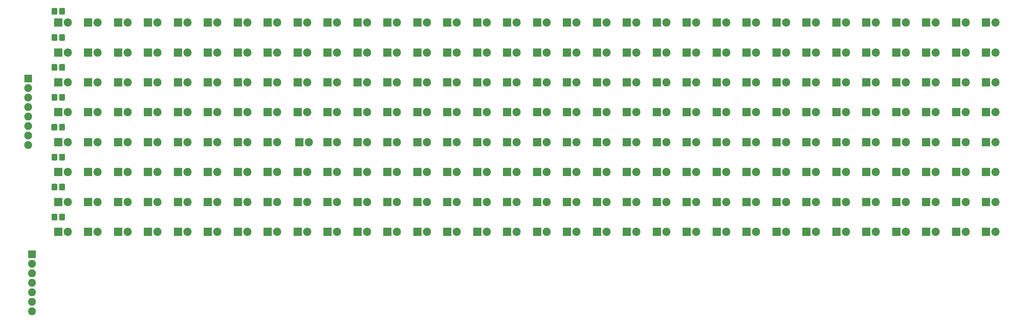
<source format=gbr>
G04 #@! TF.GenerationSoftware,KiCad,Pcbnew,(5.0.0)*
G04 #@! TF.CreationDate,2018-11-13T10:35:00+02:00*
G04 #@! TF.ProjectId,led_matrix,6C65645F6D61747269782E6B69636164,rev?*
G04 #@! TF.SameCoordinates,Original*
G04 #@! TF.FileFunction,Soldermask,Top*
G04 #@! TF.FilePolarity,Negative*
%FSLAX46Y46*%
G04 Gerber Fmt 4.6, Leading zero omitted, Abs format (unit mm)*
G04 Created by KiCad (PCBNEW (5.0.0)) date 11/13/18 10:35:00*
%MOMM*%
%LPD*%
G01*
G04 APERTURE LIST*
%ADD10R,2.200000X2.200000*%
%ADD11C,2.200000*%
%ADD12C,0.100000*%
%ADD13C,1.550000*%
%ADD14R,2.100000X2.100000*%
%ADD15O,2.100000X2.100000*%
G04 APERTURE END LIST*
D10*
G04 #@! TO.C,D1*
X29500000Y-23900000D03*
D11*
X32040000Y-23900000D03*
G04 #@! TD*
G04 #@! TO.C,D2*
X32040000Y-31900000D03*
D10*
X29500000Y-31900000D03*
G04 #@! TD*
D11*
G04 #@! TO.C,D3*
X32040000Y-39900000D03*
D10*
X29500000Y-39900000D03*
G04 #@! TD*
G04 #@! TO.C,D4*
X29500000Y-47900000D03*
D11*
X32040000Y-47900000D03*
G04 #@! TD*
G04 #@! TO.C,D5*
X32040000Y-55900000D03*
D10*
X29500000Y-55900000D03*
G04 #@! TD*
G04 #@! TO.C,D6*
X29500000Y-63900000D03*
D11*
X32040000Y-63900000D03*
G04 #@! TD*
G04 #@! TO.C,D7*
X32040000Y-71900000D03*
D10*
X29500000Y-71900000D03*
G04 #@! TD*
G04 #@! TO.C,D8*
X29500000Y-79900000D03*
D11*
X32040000Y-79900000D03*
G04 #@! TD*
D10*
G04 #@! TO.C,D9*
X37500000Y-23900000D03*
D11*
X40040000Y-23900000D03*
G04 #@! TD*
D10*
G04 #@! TO.C,D10*
X37500000Y-31900000D03*
D11*
X40040000Y-31900000D03*
G04 #@! TD*
G04 #@! TO.C,D11*
X40040000Y-39900000D03*
D10*
X37500000Y-39900000D03*
G04 #@! TD*
G04 #@! TO.C,D12*
X37500000Y-47900000D03*
D11*
X40040000Y-47900000D03*
G04 #@! TD*
G04 #@! TO.C,D13*
X40040000Y-55900000D03*
D10*
X37500000Y-55900000D03*
G04 #@! TD*
G04 #@! TO.C,D14*
X37500000Y-63900000D03*
D11*
X40040000Y-63900000D03*
G04 #@! TD*
G04 #@! TO.C,D15*
X40040000Y-71900000D03*
D10*
X37500000Y-71900000D03*
G04 #@! TD*
G04 #@! TO.C,D16*
X37500000Y-79900000D03*
D11*
X40040000Y-79900000D03*
G04 #@! TD*
G04 #@! TO.C,D17*
X48040000Y-23900000D03*
D10*
X45500000Y-23900000D03*
G04 #@! TD*
D11*
G04 #@! TO.C,D18*
X48040000Y-31900000D03*
D10*
X45500000Y-31900000D03*
G04 #@! TD*
G04 #@! TO.C,D19*
X45500000Y-39900000D03*
D11*
X48040000Y-39900000D03*
G04 #@! TD*
G04 #@! TO.C,D20*
X48040000Y-47900000D03*
D10*
X45500000Y-47900000D03*
G04 #@! TD*
G04 #@! TO.C,D21*
X45500000Y-55900000D03*
D11*
X48040000Y-55900000D03*
G04 #@! TD*
G04 #@! TO.C,D22*
X48040000Y-63900000D03*
D10*
X45500000Y-63900000D03*
G04 #@! TD*
G04 #@! TO.C,D23*
X45500000Y-71900000D03*
D11*
X48040000Y-71900000D03*
G04 #@! TD*
G04 #@! TO.C,D24*
X48040000Y-79900000D03*
D10*
X45500000Y-79900000D03*
G04 #@! TD*
G04 #@! TO.C,D25*
X53500000Y-23900000D03*
D11*
X56040000Y-23900000D03*
G04 #@! TD*
G04 #@! TO.C,D26*
X56040000Y-31900000D03*
D10*
X53500000Y-31900000D03*
G04 #@! TD*
G04 #@! TO.C,D27*
X53500000Y-39900000D03*
D11*
X56040000Y-39900000D03*
G04 #@! TD*
G04 #@! TO.C,D28*
X56040000Y-47900000D03*
D10*
X53500000Y-47900000D03*
G04 #@! TD*
G04 #@! TO.C,D29*
X53500000Y-55900000D03*
D11*
X56040000Y-55900000D03*
G04 #@! TD*
G04 #@! TO.C,D30*
X56040000Y-63900000D03*
D10*
X53500000Y-63900000D03*
G04 #@! TD*
G04 #@! TO.C,D31*
X53500000Y-71900000D03*
D11*
X56040000Y-71900000D03*
G04 #@! TD*
G04 #@! TO.C,D32*
X56040000Y-79900000D03*
D10*
X53500000Y-79900000D03*
G04 #@! TD*
G04 #@! TO.C,D33*
X61500000Y-23900000D03*
D11*
X64040000Y-23900000D03*
G04 #@! TD*
D10*
G04 #@! TO.C,D34*
X61500000Y-31900000D03*
D11*
X64040000Y-31900000D03*
G04 #@! TD*
G04 #@! TO.C,D35*
X64040000Y-39900000D03*
D10*
X61500000Y-39900000D03*
G04 #@! TD*
G04 #@! TO.C,D36*
X61500000Y-47900000D03*
D11*
X64040000Y-47900000D03*
G04 #@! TD*
G04 #@! TO.C,D37*
X64040000Y-55900000D03*
D10*
X61500000Y-55900000D03*
G04 #@! TD*
G04 #@! TO.C,D38*
X61500000Y-63900000D03*
D11*
X64040000Y-63900000D03*
G04 #@! TD*
G04 #@! TO.C,D39*
X64040000Y-71900000D03*
D10*
X61500000Y-71900000D03*
G04 #@! TD*
G04 #@! TO.C,D40*
X61500000Y-79900000D03*
D11*
X64040000Y-79900000D03*
G04 #@! TD*
G04 #@! TO.C,D41*
X72040000Y-23900000D03*
D10*
X69500000Y-23900000D03*
G04 #@! TD*
D11*
G04 #@! TO.C,D42*
X72040000Y-31900000D03*
D10*
X69500000Y-31900000D03*
G04 #@! TD*
D11*
G04 #@! TO.C,D43*
X72040000Y-39900000D03*
D10*
X69500000Y-39900000D03*
G04 #@! TD*
G04 #@! TO.C,D44*
X69500000Y-47900000D03*
D11*
X72040000Y-47900000D03*
G04 #@! TD*
G04 #@! TO.C,D45*
X72040000Y-55900000D03*
D10*
X69500000Y-55900000D03*
G04 #@! TD*
G04 #@! TO.C,D46*
X69500000Y-63900000D03*
D11*
X72040000Y-63900000D03*
G04 #@! TD*
G04 #@! TO.C,D47*
X72040000Y-71900000D03*
D10*
X69500000Y-71900000D03*
G04 #@! TD*
G04 #@! TO.C,D48*
X69500000Y-79900000D03*
D11*
X72040000Y-79900000D03*
G04 #@! TD*
G04 #@! TO.C,D49*
X80040000Y-23900000D03*
D10*
X77500000Y-23900000D03*
G04 #@! TD*
G04 #@! TO.C,D50*
X77500000Y-31900000D03*
D11*
X80040000Y-31900000D03*
G04 #@! TD*
D10*
G04 #@! TO.C,D51*
X77500000Y-39900000D03*
D11*
X80040000Y-39900000D03*
G04 #@! TD*
G04 #@! TO.C,D52*
X80040000Y-47900000D03*
D10*
X77500000Y-47900000D03*
G04 #@! TD*
G04 #@! TO.C,D53*
X77500000Y-55900000D03*
D11*
X80040000Y-55900000D03*
G04 #@! TD*
G04 #@! TO.C,D54*
X80040000Y-63900000D03*
D10*
X77500000Y-63900000D03*
G04 #@! TD*
G04 #@! TO.C,D55*
X77500000Y-71900000D03*
D11*
X80040000Y-71900000D03*
G04 #@! TD*
G04 #@! TO.C,D56*
X80040000Y-79900000D03*
D10*
X77500000Y-79900000D03*
G04 #@! TD*
G04 #@! TO.C,D57*
X85500000Y-23900000D03*
D11*
X88040000Y-23900000D03*
G04 #@! TD*
G04 #@! TO.C,D58*
X88040000Y-31900000D03*
D10*
X85500000Y-31900000D03*
G04 #@! TD*
G04 #@! TO.C,D59*
X85500000Y-39900000D03*
D11*
X88040000Y-39900000D03*
G04 #@! TD*
G04 #@! TO.C,D60*
X88040000Y-47900000D03*
D10*
X85500000Y-47900000D03*
G04 #@! TD*
G04 #@! TO.C,D61*
X85500000Y-55900000D03*
D11*
X88040000Y-55900000D03*
G04 #@! TD*
G04 #@! TO.C,D62*
X88040000Y-63900000D03*
D10*
X85500000Y-63900000D03*
G04 #@! TD*
G04 #@! TO.C,D63*
X85500000Y-71900000D03*
D11*
X88040000Y-71900000D03*
G04 #@! TD*
G04 #@! TO.C,D64*
X88040000Y-79900000D03*
D10*
X85500000Y-79900000D03*
G04 #@! TD*
G04 #@! TO.C,D65*
X93500000Y-23900000D03*
D11*
X96040000Y-23900000D03*
G04 #@! TD*
G04 #@! TO.C,D66*
X96040000Y-31900000D03*
D10*
X93500000Y-31900000D03*
G04 #@! TD*
G04 #@! TO.C,D67*
X93500000Y-39900000D03*
D11*
X96040000Y-39900000D03*
G04 #@! TD*
D10*
G04 #@! TO.C,D68*
X93500000Y-47900000D03*
D11*
X96040000Y-47900000D03*
G04 #@! TD*
G04 #@! TO.C,D69*
X96515001Y-55900000D03*
D10*
X93975001Y-55900000D03*
G04 #@! TD*
G04 #@! TO.C,D70*
X93500000Y-63900000D03*
D11*
X96040000Y-63900000D03*
G04 #@! TD*
G04 #@! TO.C,D71*
X96040000Y-71900000D03*
D10*
X93500000Y-71900000D03*
G04 #@! TD*
G04 #@! TO.C,D72*
X93500000Y-79900000D03*
D11*
X96040000Y-79900000D03*
G04 #@! TD*
G04 #@! TO.C,D73*
X104040000Y-23900000D03*
D10*
X101500000Y-23900000D03*
G04 #@! TD*
G04 #@! TO.C,D74*
X101500000Y-31900000D03*
D11*
X104040000Y-31900000D03*
G04 #@! TD*
D10*
G04 #@! TO.C,D75*
X101500000Y-39900000D03*
D11*
X104040000Y-39900000D03*
G04 #@! TD*
D10*
G04 #@! TO.C,D76*
X101500000Y-47900000D03*
D11*
X104040000Y-47900000D03*
G04 #@! TD*
G04 #@! TO.C,D77*
X104040000Y-55900000D03*
D10*
X101500000Y-55900000D03*
G04 #@! TD*
G04 #@! TO.C,D78*
X101500000Y-63900000D03*
D11*
X104040000Y-63900000D03*
G04 #@! TD*
G04 #@! TO.C,D79*
X104040000Y-71900000D03*
D10*
X101500000Y-71900000D03*
G04 #@! TD*
G04 #@! TO.C,D80*
X101500000Y-79900000D03*
D11*
X104040000Y-79900000D03*
G04 #@! TD*
G04 #@! TO.C,D81*
X112040000Y-23900000D03*
D10*
X109500000Y-23900000D03*
G04 #@! TD*
G04 #@! TO.C,D82*
X109500000Y-31900000D03*
D11*
X112040000Y-31900000D03*
G04 #@! TD*
G04 #@! TO.C,D83*
X112040000Y-39900000D03*
D10*
X109500000Y-39900000D03*
G04 #@! TD*
G04 #@! TO.C,D84*
X109500000Y-47900000D03*
D11*
X112040000Y-47900000D03*
G04 #@! TD*
G04 #@! TO.C,D85*
X112040000Y-55900000D03*
D10*
X109500000Y-55900000D03*
G04 #@! TD*
G04 #@! TO.C,D86*
X109500000Y-63900000D03*
D11*
X112040000Y-63900000D03*
G04 #@! TD*
G04 #@! TO.C,D87*
X112040000Y-71900000D03*
D10*
X109500000Y-71900000D03*
G04 #@! TD*
G04 #@! TO.C,D88*
X109500000Y-79900000D03*
D11*
X112040000Y-79900000D03*
G04 #@! TD*
G04 #@! TO.C,D89*
X120040000Y-23900000D03*
D10*
X117500000Y-23900000D03*
G04 #@! TD*
G04 #@! TO.C,D90*
X117500000Y-31900000D03*
D11*
X120040000Y-31900000D03*
G04 #@! TD*
G04 #@! TO.C,D91*
X120040000Y-39900000D03*
D10*
X117500000Y-39900000D03*
G04 #@! TD*
D11*
G04 #@! TO.C,D92*
X120040000Y-47900000D03*
D10*
X117500000Y-47900000D03*
G04 #@! TD*
G04 #@! TO.C,D93*
X117500000Y-55900000D03*
D11*
X120040000Y-55900000D03*
G04 #@! TD*
G04 #@! TO.C,D94*
X120040000Y-63900000D03*
D10*
X117500000Y-63900000D03*
G04 #@! TD*
G04 #@! TO.C,D95*
X117500000Y-71900000D03*
D11*
X120040000Y-71900000D03*
G04 #@! TD*
G04 #@! TO.C,D96*
X120040000Y-79900000D03*
D10*
X117500000Y-79900000D03*
G04 #@! TD*
G04 #@! TO.C,D97*
X125500000Y-23900000D03*
D11*
X128040000Y-23900000D03*
G04 #@! TD*
D10*
G04 #@! TO.C,D98*
X125500000Y-31900000D03*
D11*
X128040000Y-31900000D03*
G04 #@! TD*
G04 #@! TO.C,D99*
X128040000Y-39900000D03*
D10*
X125500000Y-39900000D03*
G04 #@! TD*
D11*
G04 #@! TO.C,D100*
X128040000Y-47900000D03*
D10*
X125500000Y-47900000D03*
G04 #@! TD*
D11*
G04 #@! TO.C,D101*
X128040000Y-55900000D03*
D10*
X125500000Y-55900000D03*
G04 #@! TD*
G04 #@! TO.C,D102*
X125500000Y-63900000D03*
D11*
X128040000Y-63900000D03*
G04 #@! TD*
G04 #@! TO.C,D103*
X128040000Y-71900000D03*
D10*
X125500000Y-71900000D03*
G04 #@! TD*
G04 #@! TO.C,D104*
X125500000Y-79900000D03*
D11*
X128040000Y-79900000D03*
G04 #@! TD*
G04 #@! TO.C,D105*
X136040000Y-23900000D03*
D10*
X133500000Y-23900000D03*
G04 #@! TD*
G04 #@! TO.C,D106*
X133500000Y-31900000D03*
D11*
X136040000Y-31900000D03*
G04 #@! TD*
G04 #@! TO.C,D107*
X136040000Y-39900000D03*
D10*
X133500000Y-39900000D03*
G04 #@! TD*
D11*
G04 #@! TO.C,D108*
X136040000Y-47900000D03*
D10*
X133500000Y-47900000D03*
G04 #@! TD*
D11*
G04 #@! TO.C,D109*
X136040000Y-55900000D03*
D10*
X133500000Y-55900000D03*
G04 #@! TD*
G04 #@! TO.C,D110*
X133500000Y-63900000D03*
D11*
X136040000Y-63900000D03*
G04 #@! TD*
G04 #@! TO.C,D111*
X136040000Y-71900000D03*
D10*
X133500000Y-71900000D03*
G04 #@! TD*
G04 #@! TO.C,D112*
X133500000Y-79900000D03*
D11*
X136040000Y-79900000D03*
G04 #@! TD*
G04 #@! TO.C,D113*
X144040000Y-23900000D03*
D10*
X141500000Y-23900000D03*
G04 #@! TD*
G04 #@! TO.C,D114*
X141500000Y-31900000D03*
D11*
X144040000Y-31900000D03*
G04 #@! TD*
G04 #@! TO.C,D115*
X144040000Y-39900000D03*
D10*
X141500000Y-39900000D03*
G04 #@! TD*
G04 #@! TO.C,D116*
X141500000Y-47900000D03*
D11*
X144040000Y-47900000D03*
G04 #@! TD*
D10*
G04 #@! TO.C,D117*
X141500000Y-55900000D03*
D11*
X144040000Y-55900000D03*
G04 #@! TD*
G04 #@! TO.C,D118*
X144040000Y-63900000D03*
D10*
X141500000Y-63900000D03*
G04 #@! TD*
G04 #@! TO.C,D119*
X141500000Y-71900000D03*
D11*
X144040000Y-71900000D03*
G04 #@! TD*
G04 #@! TO.C,D120*
X144040000Y-79900000D03*
D10*
X141500000Y-79900000D03*
G04 #@! TD*
G04 #@! TO.C,D121*
X149500000Y-23900000D03*
D11*
X152040000Y-23900000D03*
G04 #@! TD*
G04 #@! TO.C,D122*
X152040000Y-31900000D03*
D10*
X149500000Y-31900000D03*
G04 #@! TD*
G04 #@! TO.C,D123*
X149500000Y-39900000D03*
D11*
X152040000Y-39900000D03*
G04 #@! TD*
G04 #@! TO.C,D124*
X152040000Y-47900000D03*
D10*
X149500000Y-47900000D03*
G04 #@! TD*
G04 #@! TO.C,D125*
X149500000Y-55900000D03*
D11*
X152040000Y-55900000D03*
G04 #@! TD*
G04 #@! TO.C,D126*
X152040000Y-63900000D03*
D10*
X149500000Y-63900000D03*
G04 #@! TD*
G04 #@! TO.C,D127*
X149500000Y-71900000D03*
D11*
X152040000Y-71900000D03*
G04 #@! TD*
G04 #@! TO.C,D128*
X152040000Y-79900000D03*
D10*
X149500000Y-79900000D03*
G04 #@! TD*
G04 #@! TO.C,D129*
X157500000Y-23900000D03*
D11*
X160040000Y-23900000D03*
G04 #@! TD*
G04 #@! TO.C,D130*
X160040000Y-31900000D03*
D10*
X157500000Y-31900000D03*
G04 #@! TD*
G04 #@! TO.C,D131*
X157500000Y-39900000D03*
D11*
X160040000Y-39900000D03*
G04 #@! TD*
G04 #@! TO.C,D132*
X160040000Y-47900000D03*
D10*
X157500000Y-47900000D03*
G04 #@! TD*
D11*
G04 #@! TO.C,D133*
X160040000Y-55900000D03*
D10*
X157500000Y-55900000D03*
G04 #@! TD*
D11*
G04 #@! TO.C,D134*
X160040000Y-63900000D03*
D10*
X157500000Y-63900000D03*
G04 #@! TD*
G04 #@! TO.C,D135*
X157500000Y-71900000D03*
D11*
X160040000Y-71900000D03*
G04 #@! TD*
G04 #@! TO.C,D136*
X160040000Y-79900000D03*
D10*
X157500000Y-79900000D03*
G04 #@! TD*
G04 #@! TO.C,D137*
X165500000Y-23900000D03*
D11*
X168040000Y-23900000D03*
G04 #@! TD*
G04 #@! TO.C,D138*
X168040000Y-31900000D03*
D10*
X165500000Y-31900000D03*
G04 #@! TD*
G04 #@! TO.C,D139*
X165500000Y-39900000D03*
D11*
X168040000Y-39900000D03*
G04 #@! TD*
G04 #@! TO.C,D140*
X168040000Y-47900000D03*
D10*
X165500000Y-47900000D03*
G04 #@! TD*
G04 #@! TO.C,D141*
X165500000Y-55900000D03*
D11*
X168040000Y-55900000D03*
G04 #@! TD*
G04 #@! TO.C,D142*
X168040000Y-63900000D03*
D10*
X165500000Y-63900000D03*
G04 #@! TD*
G04 #@! TO.C,D143*
X165500000Y-71900000D03*
D11*
X168040000Y-71900000D03*
G04 #@! TD*
G04 #@! TO.C,D144*
X168040000Y-79900000D03*
D10*
X165500000Y-79900000D03*
G04 #@! TD*
G04 #@! TO.C,D145*
X173500000Y-23900000D03*
D11*
X176040000Y-23900000D03*
G04 #@! TD*
G04 #@! TO.C,D146*
X176040000Y-31900000D03*
D10*
X173500000Y-31900000D03*
G04 #@! TD*
G04 #@! TO.C,D147*
X173500000Y-39900000D03*
D11*
X176040000Y-39900000D03*
G04 #@! TD*
G04 #@! TO.C,D148*
X176040000Y-47900000D03*
D10*
X173500000Y-47900000D03*
G04 #@! TD*
G04 #@! TO.C,D149*
X173500000Y-55900000D03*
D11*
X176040000Y-55900000D03*
G04 #@! TD*
G04 #@! TO.C,D150*
X176040000Y-63900000D03*
D10*
X173500000Y-63900000D03*
G04 #@! TD*
G04 #@! TO.C,D151*
X173500000Y-71900000D03*
D11*
X176040000Y-71900000D03*
G04 #@! TD*
G04 #@! TO.C,D152*
X176040000Y-79900000D03*
D10*
X173500000Y-79900000D03*
G04 #@! TD*
G04 #@! TO.C,D153*
X181500000Y-23900000D03*
D11*
X184040000Y-23900000D03*
G04 #@! TD*
G04 #@! TO.C,D154*
X184040000Y-31900000D03*
D10*
X181500000Y-31900000D03*
G04 #@! TD*
G04 #@! TO.C,D155*
X181500000Y-39900000D03*
D11*
X184040000Y-39900000D03*
G04 #@! TD*
G04 #@! TO.C,D156*
X184040000Y-47900000D03*
D10*
X181500000Y-47900000D03*
G04 #@! TD*
G04 #@! TO.C,D157*
X181500000Y-55900000D03*
D11*
X184040000Y-55900000D03*
G04 #@! TD*
G04 #@! TO.C,D158*
X184040000Y-63900000D03*
D10*
X181500000Y-63900000D03*
G04 #@! TD*
G04 #@! TO.C,D159*
X181500000Y-71900000D03*
D11*
X184040000Y-71900000D03*
G04 #@! TD*
G04 #@! TO.C,D160*
X184040000Y-79900000D03*
D10*
X181500000Y-79900000D03*
G04 #@! TD*
G04 #@! TO.C,D161*
X189500000Y-23900000D03*
D11*
X192040000Y-23900000D03*
G04 #@! TD*
G04 #@! TO.C,D162*
X192040000Y-31900000D03*
D10*
X189500000Y-31900000D03*
G04 #@! TD*
G04 #@! TO.C,D163*
X189500000Y-39900000D03*
D11*
X192040000Y-39900000D03*
G04 #@! TD*
D10*
G04 #@! TO.C,D164*
X189500000Y-47900000D03*
D11*
X192040000Y-47900000D03*
G04 #@! TD*
D10*
G04 #@! TO.C,D165*
X189500000Y-55900000D03*
D11*
X192040000Y-55900000D03*
G04 #@! TD*
G04 #@! TO.C,D166*
X192040000Y-63900000D03*
D10*
X189500000Y-63900000D03*
G04 #@! TD*
G04 #@! TO.C,D167*
X189500000Y-71900000D03*
D11*
X192040000Y-71900000D03*
G04 #@! TD*
G04 #@! TO.C,D168*
X192040000Y-79900000D03*
D10*
X189500000Y-79900000D03*
G04 #@! TD*
G04 #@! TO.C,D169*
X197500000Y-23900000D03*
D11*
X200040000Y-23900000D03*
G04 #@! TD*
G04 #@! TO.C,D170*
X200040000Y-31900000D03*
D10*
X197500000Y-31900000D03*
G04 #@! TD*
G04 #@! TO.C,D171*
X197500000Y-39900000D03*
D11*
X200040000Y-39900000D03*
G04 #@! TD*
G04 #@! TO.C,D172*
X200040000Y-47900000D03*
D10*
X197500000Y-47900000D03*
G04 #@! TD*
G04 #@! TO.C,D173*
X197500000Y-55900000D03*
D11*
X200040000Y-55900000D03*
G04 #@! TD*
G04 #@! TO.C,D174*
X200040000Y-63900000D03*
D10*
X197500000Y-63900000D03*
G04 #@! TD*
G04 #@! TO.C,D175*
X197500000Y-71900000D03*
D11*
X200040000Y-71900000D03*
G04 #@! TD*
G04 #@! TO.C,D176*
X200040000Y-79900000D03*
D10*
X197500000Y-79900000D03*
G04 #@! TD*
G04 #@! TO.C,D177*
X205500000Y-23900000D03*
D11*
X208040000Y-23900000D03*
G04 #@! TD*
G04 #@! TO.C,D178*
X208040000Y-31900000D03*
D10*
X205500000Y-31900000D03*
G04 #@! TD*
D11*
G04 #@! TO.C,D179*
X208040000Y-39900000D03*
D10*
X205500000Y-39900000D03*
G04 #@! TD*
D11*
G04 #@! TO.C,D180*
X208040000Y-47900000D03*
D10*
X205500000Y-47900000D03*
G04 #@! TD*
G04 #@! TO.C,D181*
X205500000Y-55900000D03*
D11*
X208040000Y-55900000D03*
G04 #@! TD*
G04 #@! TO.C,D182*
X208040000Y-63900000D03*
D10*
X205500000Y-63900000D03*
G04 #@! TD*
G04 #@! TO.C,D183*
X205500000Y-71900000D03*
D11*
X208040000Y-71900000D03*
G04 #@! TD*
G04 #@! TO.C,D184*
X208040000Y-79900000D03*
D10*
X205500000Y-79900000D03*
G04 #@! TD*
G04 #@! TO.C,D185*
X213500000Y-23900000D03*
D11*
X216040000Y-23900000D03*
G04 #@! TD*
G04 #@! TO.C,D186*
X216040000Y-31900000D03*
D10*
X213500000Y-31900000D03*
G04 #@! TD*
G04 #@! TO.C,D187*
X213500000Y-39900000D03*
D11*
X216040000Y-39900000D03*
G04 #@! TD*
G04 #@! TO.C,D188*
X216040000Y-47900000D03*
D10*
X213500000Y-47900000D03*
G04 #@! TD*
G04 #@! TO.C,D189*
X213500000Y-55900000D03*
D11*
X216040000Y-55900000D03*
G04 #@! TD*
G04 #@! TO.C,D190*
X216040000Y-63900000D03*
D10*
X213500000Y-63900000D03*
G04 #@! TD*
G04 #@! TO.C,D191*
X213500000Y-71900000D03*
D11*
X216040000Y-71900000D03*
G04 #@! TD*
G04 #@! TO.C,D192*
X216040000Y-79900000D03*
D10*
X213500000Y-79900000D03*
G04 #@! TD*
G04 #@! TO.C,D193*
X221500000Y-23900000D03*
D11*
X224040000Y-23900000D03*
G04 #@! TD*
D10*
G04 #@! TO.C,D194*
X221500000Y-31900000D03*
D11*
X224040000Y-31900000D03*
G04 #@! TD*
D10*
G04 #@! TO.C,D195*
X221500000Y-39900000D03*
D11*
X224040000Y-39900000D03*
G04 #@! TD*
G04 #@! TO.C,D196*
X224040000Y-47900000D03*
D10*
X221500000Y-47900000D03*
G04 #@! TD*
G04 #@! TO.C,D197*
X221500000Y-55900000D03*
D11*
X224040000Y-55900000D03*
G04 #@! TD*
G04 #@! TO.C,D198*
X224040000Y-63900000D03*
D10*
X221500000Y-63900000D03*
G04 #@! TD*
G04 #@! TO.C,D199*
X221500000Y-71900000D03*
D11*
X224040000Y-71900000D03*
G04 #@! TD*
G04 #@! TO.C,D200*
X224040000Y-79900000D03*
D10*
X221500000Y-79900000D03*
G04 #@! TD*
G04 #@! TO.C,D201*
X229500000Y-23900000D03*
D11*
X232040000Y-23900000D03*
G04 #@! TD*
G04 #@! TO.C,D202*
X232040000Y-31900000D03*
D10*
X229500000Y-31900000D03*
G04 #@! TD*
G04 #@! TO.C,D203*
X229500000Y-39900000D03*
D11*
X232040000Y-39900000D03*
G04 #@! TD*
G04 #@! TO.C,D204*
X232040000Y-47900000D03*
D10*
X229500000Y-47900000D03*
G04 #@! TD*
G04 #@! TO.C,D205*
X229500000Y-55900000D03*
D11*
X232040000Y-55900000D03*
G04 #@! TD*
G04 #@! TO.C,D206*
X232040000Y-63900000D03*
D10*
X229500000Y-63900000D03*
G04 #@! TD*
G04 #@! TO.C,D207*
X229500000Y-71900000D03*
D11*
X232040000Y-71900000D03*
G04 #@! TD*
G04 #@! TO.C,D208*
X232040000Y-79900000D03*
D10*
X229500000Y-79900000D03*
G04 #@! TD*
G04 #@! TO.C,D209*
X237500000Y-23900000D03*
D11*
X240040000Y-23900000D03*
G04 #@! TD*
G04 #@! TO.C,D210*
X240040000Y-31900000D03*
D10*
X237500000Y-31900000D03*
G04 #@! TD*
G04 #@! TO.C,D211*
X237500000Y-39900000D03*
D11*
X240040000Y-39900000D03*
G04 #@! TD*
G04 #@! TO.C,D212*
X240040000Y-47900000D03*
D10*
X237500000Y-47900000D03*
G04 #@! TD*
G04 #@! TO.C,D213*
X237500000Y-55900000D03*
D11*
X240040000Y-55900000D03*
G04 #@! TD*
G04 #@! TO.C,D214*
X240040000Y-63900000D03*
D10*
X237500000Y-63900000D03*
G04 #@! TD*
G04 #@! TO.C,D215*
X237500000Y-71900000D03*
D11*
X240040000Y-71900000D03*
G04 #@! TD*
G04 #@! TO.C,D216*
X240040000Y-79900000D03*
D10*
X237500000Y-79900000D03*
G04 #@! TD*
G04 #@! TO.C,D217*
X245500000Y-23900000D03*
D11*
X248040000Y-23900000D03*
G04 #@! TD*
G04 #@! TO.C,D218*
X248040000Y-31900000D03*
D10*
X245500000Y-31900000D03*
G04 #@! TD*
G04 #@! TO.C,D219*
X245500000Y-39900000D03*
D11*
X248040000Y-39900000D03*
G04 #@! TD*
G04 #@! TO.C,D220*
X248040000Y-47900000D03*
D10*
X245500000Y-47900000D03*
G04 #@! TD*
G04 #@! TO.C,D221*
X245500000Y-55900000D03*
D11*
X248040000Y-55900000D03*
G04 #@! TD*
G04 #@! TO.C,D222*
X248040000Y-63900000D03*
D10*
X245500000Y-63900000D03*
G04 #@! TD*
G04 #@! TO.C,D223*
X245500000Y-71900000D03*
D11*
X248040000Y-71900000D03*
G04 #@! TD*
G04 #@! TO.C,D224*
X248040000Y-79900000D03*
D10*
X245500000Y-79900000D03*
G04 #@! TD*
G04 #@! TO.C,D225*
X253500000Y-23900000D03*
D11*
X256040000Y-23900000D03*
G04 #@! TD*
G04 #@! TO.C,D226*
X256040000Y-31900000D03*
D10*
X253500000Y-31900000D03*
G04 #@! TD*
G04 #@! TO.C,D227*
X253500000Y-39900000D03*
D11*
X256040000Y-39900000D03*
G04 #@! TD*
G04 #@! TO.C,D228*
X256040000Y-47900000D03*
D10*
X253500000Y-47900000D03*
G04 #@! TD*
G04 #@! TO.C,D229*
X253500000Y-55900000D03*
D11*
X256040000Y-55900000D03*
G04 #@! TD*
G04 #@! TO.C,D230*
X256040000Y-63900000D03*
D10*
X253500000Y-63900000D03*
G04 #@! TD*
G04 #@! TO.C,D231*
X253500000Y-71900000D03*
D11*
X256040000Y-71900000D03*
G04 #@! TD*
G04 #@! TO.C,D232*
X256040000Y-79900000D03*
D10*
X253500000Y-79900000D03*
G04 #@! TD*
G04 #@! TO.C,D233*
X261500000Y-23900000D03*
D11*
X264040000Y-23900000D03*
G04 #@! TD*
G04 #@! TO.C,D234*
X264040000Y-31900000D03*
D10*
X261500000Y-31900000D03*
G04 #@! TD*
G04 #@! TO.C,D235*
X261500000Y-39900000D03*
D11*
X264040000Y-39900000D03*
G04 #@! TD*
G04 #@! TO.C,D236*
X264040000Y-47900000D03*
D10*
X261500000Y-47900000D03*
G04 #@! TD*
G04 #@! TO.C,D237*
X261500000Y-55900000D03*
D11*
X264040000Y-55900000D03*
G04 #@! TD*
G04 #@! TO.C,D238*
X264040000Y-63900000D03*
D10*
X261500000Y-63900000D03*
G04 #@! TD*
G04 #@! TO.C,D239*
X261500000Y-71900000D03*
D11*
X264040000Y-71900000D03*
G04 #@! TD*
G04 #@! TO.C,D240*
X264040000Y-79900000D03*
D10*
X261500000Y-79900000D03*
G04 #@! TD*
G04 #@! TO.C,D241*
X269500000Y-23900000D03*
D11*
X272040000Y-23900000D03*
G04 #@! TD*
G04 #@! TO.C,D242*
X272040000Y-31900000D03*
D10*
X269500000Y-31900000D03*
G04 #@! TD*
G04 #@! TO.C,D243*
X269500000Y-39900000D03*
D11*
X272040000Y-39900000D03*
G04 #@! TD*
G04 #@! TO.C,D244*
X272040000Y-47900000D03*
D10*
X269500000Y-47900000D03*
G04 #@! TD*
G04 #@! TO.C,D245*
X269500000Y-55900000D03*
D11*
X272040000Y-55900000D03*
G04 #@! TD*
G04 #@! TO.C,D246*
X272040000Y-63900000D03*
D10*
X269500000Y-63900000D03*
G04 #@! TD*
G04 #@! TO.C,D247*
X269500000Y-71900000D03*
D11*
X272040000Y-71900000D03*
G04 #@! TD*
G04 #@! TO.C,D248*
X272040000Y-79900000D03*
D10*
X269500000Y-79900000D03*
G04 #@! TD*
G04 #@! TO.C,D249*
X277500000Y-23900000D03*
D11*
X280040000Y-23900000D03*
G04 #@! TD*
G04 #@! TO.C,D250*
X280040000Y-31900000D03*
D10*
X277500000Y-31900000D03*
G04 #@! TD*
G04 #@! TO.C,D251*
X277500000Y-39900000D03*
D11*
X280040000Y-39900000D03*
G04 #@! TD*
G04 #@! TO.C,D252*
X280040000Y-47900000D03*
D10*
X277500000Y-47900000D03*
G04 #@! TD*
G04 #@! TO.C,D253*
X277500000Y-55900000D03*
D11*
X280040000Y-55900000D03*
G04 #@! TD*
G04 #@! TO.C,D254*
X280040000Y-63900000D03*
D10*
X277500000Y-63900000D03*
G04 #@! TD*
G04 #@! TO.C,D255*
X277500000Y-71900000D03*
D11*
X280040000Y-71900000D03*
G04 #@! TD*
G04 #@! TO.C,D256*
X280040000Y-79900000D03*
D10*
X277500000Y-79900000D03*
G04 #@! TD*
D12*
G04 #@! TO.C,R1*
G36*
X28946071Y-20001623D02*
X28978781Y-20006475D01*
X29010857Y-20014509D01*
X29041991Y-20025649D01*
X29071884Y-20039787D01*
X29100247Y-20056787D01*
X29126807Y-20076485D01*
X29151308Y-20098692D01*
X29173515Y-20123193D01*
X29193213Y-20149753D01*
X29210213Y-20178116D01*
X29224351Y-20208009D01*
X29235491Y-20239143D01*
X29243525Y-20271219D01*
X29248377Y-20303929D01*
X29250000Y-20336956D01*
X29250000Y-21463044D01*
X29248377Y-21496071D01*
X29243525Y-21528781D01*
X29235491Y-21560857D01*
X29224351Y-21591991D01*
X29210213Y-21621884D01*
X29193213Y-21650247D01*
X29173515Y-21676807D01*
X29151308Y-21701308D01*
X29126807Y-21723515D01*
X29100247Y-21743213D01*
X29071884Y-21760213D01*
X29041991Y-21774351D01*
X29010857Y-21785491D01*
X28978781Y-21793525D01*
X28946071Y-21798377D01*
X28913044Y-21800000D01*
X28036956Y-21800000D01*
X28003929Y-21798377D01*
X27971219Y-21793525D01*
X27939143Y-21785491D01*
X27908009Y-21774351D01*
X27878116Y-21760213D01*
X27849753Y-21743213D01*
X27823193Y-21723515D01*
X27798692Y-21701308D01*
X27776485Y-21676807D01*
X27756787Y-21650247D01*
X27739787Y-21621884D01*
X27725649Y-21591991D01*
X27714509Y-21560857D01*
X27706475Y-21528781D01*
X27701623Y-21496071D01*
X27700000Y-21463044D01*
X27700000Y-20336956D01*
X27701623Y-20303929D01*
X27706475Y-20271219D01*
X27714509Y-20239143D01*
X27725649Y-20208009D01*
X27739787Y-20178116D01*
X27756787Y-20149753D01*
X27776485Y-20123193D01*
X27798692Y-20098692D01*
X27823193Y-20076485D01*
X27849753Y-20056787D01*
X27878116Y-20039787D01*
X27908009Y-20025649D01*
X27939143Y-20014509D01*
X27971219Y-20006475D01*
X28003929Y-20001623D01*
X28036956Y-20000000D01*
X28913044Y-20000000D01*
X28946071Y-20001623D01*
X28946071Y-20001623D01*
G37*
D13*
X28475000Y-20900000D03*
D12*
G36*
X30996071Y-20001623D02*
X31028781Y-20006475D01*
X31060857Y-20014509D01*
X31091991Y-20025649D01*
X31121884Y-20039787D01*
X31150247Y-20056787D01*
X31176807Y-20076485D01*
X31201308Y-20098692D01*
X31223515Y-20123193D01*
X31243213Y-20149753D01*
X31260213Y-20178116D01*
X31274351Y-20208009D01*
X31285491Y-20239143D01*
X31293525Y-20271219D01*
X31298377Y-20303929D01*
X31300000Y-20336956D01*
X31300000Y-21463044D01*
X31298377Y-21496071D01*
X31293525Y-21528781D01*
X31285491Y-21560857D01*
X31274351Y-21591991D01*
X31260213Y-21621884D01*
X31243213Y-21650247D01*
X31223515Y-21676807D01*
X31201308Y-21701308D01*
X31176807Y-21723515D01*
X31150247Y-21743213D01*
X31121884Y-21760213D01*
X31091991Y-21774351D01*
X31060857Y-21785491D01*
X31028781Y-21793525D01*
X30996071Y-21798377D01*
X30963044Y-21800000D01*
X30086956Y-21800000D01*
X30053929Y-21798377D01*
X30021219Y-21793525D01*
X29989143Y-21785491D01*
X29958009Y-21774351D01*
X29928116Y-21760213D01*
X29899753Y-21743213D01*
X29873193Y-21723515D01*
X29848692Y-21701308D01*
X29826485Y-21676807D01*
X29806787Y-21650247D01*
X29789787Y-21621884D01*
X29775649Y-21591991D01*
X29764509Y-21560857D01*
X29756475Y-21528781D01*
X29751623Y-21496071D01*
X29750000Y-21463044D01*
X29750000Y-20336956D01*
X29751623Y-20303929D01*
X29756475Y-20271219D01*
X29764509Y-20239143D01*
X29775649Y-20208009D01*
X29789787Y-20178116D01*
X29806787Y-20149753D01*
X29826485Y-20123193D01*
X29848692Y-20098692D01*
X29873193Y-20076485D01*
X29899753Y-20056787D01*
X29928116Y-20039787D01*
X29958009Y-20025649D01*
X29989143Y-20014509D01*
X30021219Y-20006475D01*
X30053929Y-20001623D01*
X30086956Y-20000000D01*
X30963044Y-20000000D01*
X30996071Y-20001623D01*
X30996071Y-20001623D01*
G37*
D13*
X30525000Y-20900000D03*
G04 #@! TD*
D12*
G04 #@! TO.C,R2*
G36*
X30996071Y-27001623D02*
X31028781Y-27006475D01*
X31060857Y-27014509D01*
X31091991Y-27025649D01*
X31121884Y-27039787D01*
X31150247Y-27056787D01*
X31176807Y-27076485D01*
X31201308Y-27098692D01*
X31223515Y-27123193D01*
X31243213Y-27149753D01*
X31260213Y-27178116D01*
X31274351Y-27208009D01*
X31285491Y-27239143D01*
X31293525Y-27271219D01*
X31298377Y-27303929D01*
X31300000Y-27336956D01*
X31300000Y-28463044D01*
X31298377Y-28496071D01*
X31293525Y-28528781D01*
X31285491Y-28560857D01*
X31274351Y-28591991D01*
X31260213Y-28621884D01*
X31243213Y-28650247D01*
X31223515Y-28676807D01*
X31201308Y-28701308D01*
X31176807Y-28723515D01*
X31150247Y-28743213D01*
X31121884Y-28760213D01*
X31091991Y-28774351D01*
X31060857Y-28785491D01*
X31028781Y-28793525D01*
X30996071Y-28798377D01*
X30963044Y-28800000D01*
X30086956Y-28800000D01*
X30053929Y-28798377D01*
X30021219Y-28793525D01*
X29989143Y-28785491D01*
X29958009Y-28774351D01*
X29928116Y-28760213D01*
X29899753Y-28743213D01*
X29873193Y-28723515D01*
X29848692Y-28701308D01*
X29826485Y-28676807D01*
X29806787Y-28650247D01*
X29789787Y-28621884D01*
X29775649Y-28591991D01*
X29764509Y-28560857D01*
X29756475Y-28528781D01*
X29751623Y-28496071D01*
X29750000Y-28463044D01*
X29750000Y-27336956D01*
X29751623Y-27303929D01*
X29756475Y-27271219D01*
X29764509Y-27239143D01*
X29775649Y-27208009D01*
X29789787Y-27178116D01*
X29806787Y-27149753D01*
X29826485Y-27123193D01*
X29848692Y-27098692D01*
X29873193Y-27076485D01*
X29899753Y-27056787D01*
X29928116Y-27039787D01*
X29958009Y-27025649D01*
X29989143Y-27014509D01*
X30021219Y-27006475D01*
X30053929Y-27001623D01*
X30086956Y-27000000D01*
X30963044Y-27000000D01*
X30996071Y-27001623D01*
X30996071Y-27001623D01*
G37*
D13*
X30525000Y-27900000D03*
D12*
G36*
X28946071Y-27001623D02*
X28978781Y-27006475D01*
X29010857Y-27014509D01*
X29041991Y-27025649D01*
X29071884Y-27039787D01*
X29100247Y-27056787D01*
X29126807Y-27076485D01*
X29151308Y-27098692D01*
X29173515Y-27123193D01*
X29193213Y-27149753D01*
X29210213Y-27178116D01*
X29224351Y-27208009D01*
X29235491Y-27239143D01*
X29243525Y-27271219D01*
X29248377Y-27303929D01*
X29250000Y-27336956D01*
X29250000Y-28463044D01*
X29248377Y-28496071D01*
X29243525Y-28528781D01*
X29235491Y-28560857D01*
X29224351Y-28591991D01*
X29210213Y-28621884D01*
X29193213Y-28650247D01*
X29173515Y-28676807D01*
X29151308Y-28701308D01*
X29126807Y-28723515D01*
X29100247Y-28743213D01*
X29071884Y-28760213D01*
X29041991Y-28774351D01*
X29010857Y-28785491D01*
X28978781Y-28793525D01*
X28946071Y-28798377D01*
X28913044Y-28800000D01*
X28036956Y-28800000D01*
X28003929Y-28798377D01*
X27971219Y-28793525D01*
X27939143Y-28785491D01*
X27908009Y-28774351D01*
X27878116Y-28760213D01*
X27849753Y-28743213D01*
X27823193Y-28723515D01*
X27798692Y-28701308D01*
X27776485Y-28676807D01*
X27756787Y-28650247D01*
X27739787Y-28621884D01*
X27725649Y-28591991D01*
X27714509Y-28560857D01*
X27706475Y-28528781D01*
X27701623Y-28496071D01*
X27700000Y-28463044D01*
X27700000Y-27336956D01*
X27701623Y-27303929D01*
X27706475Y-27271219D01*
X27714509Y-27239143D01*
X27725649Y-27208009D01*
X27739787Y-27178116D01*
X27756787Y-27149753D01*
X27776485Y-27123193D01*
X27798692Y-27098692D01*
X27823193Y-27076485D01*
X27849753Y-27056787D01*
X27878116Y-27039787D01*
X27908009Y-27025649D01*
X27939143Y-27014509D01*
X27971219Y-27006475D01*
X28003929Y-27001623D01*
X28036956Y-27000000D01*
X28913044Y-27000000D01*
X28946071Y-27001623D01*
X28946071Y-27001623D01*
G37*
D13*
X28475000Y-27900000D03*
G04 #@! TD*
D12*
G04 #@! TO.C,R3*
G36*
X28946071Y-35001623D02*
X28978781Y-35006475D01*
X29010857Y-35014509D01*
X29041991Y-35025649D01*
X29071884Y-35039787D01*
X29100247Y-35056787D01*
X29126807Y-35076485D01*
X29151308Y-35098692D01*
X29173515Y-35123193D01*
X29193213Y-35149753D01*
X29210213Y-35178116D01*
X29224351Y-35208009D01*
X29235491Y-35239143D01*
X29243525Y-35271219D01*
X29248377Y-35303929D01*
X29250000Y-35336956D01*
X29250000Y-36463044D01*
X29248377Y-36496071D01*
X29243525Y-36528781D01*
X29235491Y-36560857D01*
X29224351Y-36591991D01*
X29210213Y-36621884D01*
X29193213Y-36650247D01*
X29173515Y-36676807D01*
X29151308Y-36701308D01*
X29126807Y-36723515D01*
X29100247Y-36743213D01*
X29071884Y-36760213D01*
X29041991Y-36774351D01*
X29010857Y-36785491D01*
X28978781Y-36793525D01*
X28946071Y-36798377D01*
X28913044Y-36800000D01*
X28036956Y-36800000D01*
X28003929Y-36798377D01*
X27971219Y-36793525D01*
X27939143Y-36785491D01*
X27908009Y-36774351D01*
X27878116Y-36760213D01*
X27849753Y-36743213D01*
X27823193Y-36723515D01*
X27798692Y-36701308D01*
X27776485Y-36676807D01*
X27756787Y-36650247D01*
X27739787Y-36621884D01*
X27725649Y-36591991D01*
X27714509Y-36560857D01*
X27706475Y-36528781D01*
X27701623Y-36496071D01*
X27700000Y-36463044D01*
X27700000Y-35336956D01*
X27701623Y-35303929D01*
X27706475Y-35271219D01*
X27714509Y-35239143D01*
X27725649Y-35208009D01*
X27739787Y-35178116D01*
X27756787Y-35149753D01*
X27776485Y-35123193D01*
X27798692Y-35098692D01*
X27823193Y-35076485D01*
X27849753Y-35056787D01*
X27878116Y-35039787D01*
X27908009Y-35025649D01*
X27939143Y-35014509D01*
X27971219Y-35006475D01*
X28003929Y-35001623D01*
X28036956Y-35000000D01*
X28913044Y-35000000D01*
X28946071Y-35001623D01*
X28946071Y-35001623D01*
G37*
D13*
X28475000Y-35900000D03*
D12*
G36*
X30996071Y-35001623D02*
X31028781Y-35006475D01*
X31060857Y-35014509D01*
X31091991Y-35025649D01*
X31121884Y-35039787D01*
X31150247Y-35056787D01*
X31176807Y-35076485D01*
X31201308Y-35098692D01*
X31223515Y-35123193D01*
X31243213Y-35149753D01*
X31260213Y-35178116D01*
X31274351Y-35208009D01*
X31285491Y-35239143D01*
X31293525Y-35271219D01*
X31298377Y-35303929D01*
X31300000Y-35336956D01*
X31300000Y-36463044D01*
X31298377Y-36496071D01*
X31293525Y-36528781D01*
X31285491Y-36560857D01*
X31274351Y-36591991D01*
X31260213Y-36621884D01*
X31243213Y-36650247D01*
X31223515Y-36676807D01*
X31201308Y-36701308D01*
X31176807Y-36723515D01*
X31150247Y-36743213D01*
X31121884Y-36760213D01*
X31091991Y-36774351D01*
X31060857Y-36785491D01*
X31028781Y-36793525D01*
X30996071Y-36798377D01*
X30963044Y-36800000D01*
X30086956Y-36800000D01*
X30053929Y-36798377D01*
X30021219Y-36793525D01*
X29989143Y-36785491D01*
X29958009Y-36774351D01*
X29928116Y-36760213D01*
X29899753Y-36743213D01*
X29873193Y-36723515D01*
X29848692Y-36701308D01*
X29826485Y-36676807D01*
X29806787Y-36650247D01*
X29789787Y-36621884D01*
X29775649Y-36591991D01*
X29764509Y-36560857D01*
X29756475Y-36528781D01*
X29751623Y-36496071D01*
X29750000Y-36463044D01*
X29750000Y-35336956D01*
X29751623Y-35303929D01*
X29756475Y-35271219D01*
X29764509Y-35239143D01*
X29775649Y-35208009D01*
X29789787Y-35178116D01*
X29806787Y-35149753D01*
X29826485Y-35123193D01*
X29848692Y-35098692D01*
X29873193Y-35076485D01*
X29899753Y-35056787D01*
X29928116Y-35039787D01*
X29958009Y-35025649D01*
X29989143Y-35014509D01*
X30021219Y-35006475D01*
X30053929Y-35001623D01*
X30086956Y-35000000D01*
X30963044Y-35000000D01*
X30996071Y-35001623D01*
X30996071Y-35001623D01*
G37*
D13*
X30525000Y-35900000D03*
G04 #@! TD*
D12*
G04 #@! TO.C,R4*
G36*
X30996071Y-43001623D02*
X31028781Y-43006475D01*
X31060857Y-43014509D01*
X31091991Y-43025649D01*
X31121884Y-43039787D01*
X31150247Y-43056787D01*
X31176807Y-43076485D01*
X31201308Y-43098692D01*
X31223515Y-43123193D01*
X31243213Y-43149753D01*
X31260213Y-43178116D01*
X31274351Y-43208009D01*
X31285491Y-43239143D01*
X31293525Y-43271219D01*
X31298377Y-43303929D01*
X31300000Y-43336956D01*
X31300000Y-44463044D01*
X31298377Y-44496071D01*
X31293525Y-44528781D01*
X31285491Y-44560857D01*
X31274351Y-44591991D01*
X31260213Y-44621884D01*
X31243213Y-44650247D01*
X31223515Y-44676807D01*
X31201308Y-44701308D01*
X31176807Y-44723515D01*
X31150247Y-44743213D01*
X31121884Y-44760213D01*
X31091991Y-44774351D01*
X31060857Y-44785491D01*
X31028781Y-44793525D01*
X30996071Y-44798377D01*
X30963044Y-44800000D01*
X30086956Y-44800000D01*
X30053929Y-44798377D01*
X30021219Y-44793525D01*
X29989143Y-44785491D01*
X29958009Y-44774351D01*
X29928116Y-44760213D01*
X29899753Y-44743213D01*
X29873193Y-44723515D01*
X29848692Y-44701308D01*
X29826485Y-44676807D01*
X29806787Y-44650247D01*
X29789787Y-44621884D01*
X29775649Y-44591991D01*
X29764509Y-44560857D01*
X29756475Y-44528781D01*
X29751623Y-44496071D01*
X29750000Y-44463044D01*
X29750000Y-43336956D01*
X29751623Y-43303929D01*
X29756475Y-43271219D01*
X29764509Y-43239143D01*
X29775649Y-43208009D01*
X29789787Y-43178116D01*
X29806787Y-43149753D01*
X29826485Y-43123193D01*
X29848692Y-43098692D01*
X29873193Y-43076485D01*
X29899753Y-43056787D01*
X29928116Y-43039787D01*
X29958009Y-43025649D01*
X29989143Y-43014509D01*
X30021219Y-43006475D01*
X30053929Y-43001623D01*
X30086956Y-43000000D01*
X30963044Y-43000000D01*
X30996071Y-43001623D01*
X30996071Y-43001623D01*
G37*
D13*
X30525000Y-43900000D03*
D12*
G36*
X28946071Y-43001623D02*
X28978781Y-43006475D01*
X29010857Y-43014509D01*
X29041991Y-43025649D01*
X29071884Y-43039787D01*
X29100247Y-43056787D01*
X29126807Y-43076485D01*
X29151308Y-43098692D01*
X29173515Y-43123193D01*
X29193213Y-43149753D01*
X29210213Y-43178116D01*
X29224351Y-43208009D01*
X29235491Y-43239143D01*
X29243525Y-43271219D01*
X29248377Y-43303929D01*
X29250000Y-43336956D01*
X29250000Y-44463044D01*
X29248377Y-44496071D01*
X29243525Y-44528781D01*
X29235491Y-44560857D01*
X29224351Y-44591991D01*
X29210213Y-44621884D01*
X29193213Y-44650247D01*
X29173515Y-44676807D01*
X29151308Y-44701308D01*
X29126807Y-44723515D01*
X29100247Y-44743213D01*
X29071884Y-44760213D01*
X29041991Y-44774351D01*
X29010857Y-44785491D01*
X28978781Y-44793525D01*
X28946071Y-44798377D01*
X28913044Y-44800000D01*
X28036956Y-44800000D01*
X28003929Y-44798377D01*
X27971219Y-44793525D01*
X27939143Y-44785491D01*
X27908009Y-44774351D01*
X27878116Y-44760213D01*
X27849753Y-44743213D01*
X27823193Y-44723515D01*
X27798692Y-44701308D01*
X27776485Y-44676807D01*
X27756787Y-44650247D01*
X27739787Y-44621884D01*
X27725649Y-44591991D01*
X27714509Y-44560857D01*
X27706475Y-44528781D01*
X27701623Y-44496071D01*
X27700000Y-44463044D01*
X27700000Y-43336956D01*
X27701623Y-43303929D01*
X27706475Y-43271219D01*
X27714509Y-43239143D01*
X27725649Y-43208009D01*
X27739787Y-43178116D01*
X27756787Y-43149753D01*
X27776485Y-43123193D01*
X27798692Y-43098692D01*
X27823193Y-43076485D01*
X27849753Y-43056787D01*
X27878116Y-43039787D01*
X27908009Y-43025649D01*
X27939143Y-43014509D01*
X27971219Y-43006475D01*
X28003929Y-43001623D01*
X28036956Y-43000000D01*
X28913044Y-43000000D01*
X28946071Y-43001623D01*
X28946071Y-43001623D01*
G37*
D13*
X28475000Y-43900000D03*
G04 #@! TD*
D12*
G04 #@! TO.C,R5*
G36*
X28921071Y-51001623D02*
X28953781Y-51006475D01*
X28985857Y-51014509D01*
X29016991Y-51025649D01*
X29046884Y-51039787D01*
X29075247Y-51056787D01*
X29101807Y-51076485D01*
X29126308Y-51098692D01*
X29148515Y-51123193D01*
X29168213Y-51149753D01*
X29185213Y-51178116D01*
X29199351Y-51208009D01*
X29210491Y-51239143D01*
X29218525Y-51271219D01*
X29223377Y-51303929D01*
X29225000Y-51336956D01*
X29225000Y-52463044D01*
X29223377Y-52496071D01*
X29218525Y-52528781D01*
X29210491Y-52560857D01*
X29199351Y-52591991D01*
X29185213Y-52621884D01*
X29168213Y-52650247D01*
X29148515Y-52676807D01*
X29126308Y-52701308D01*
X29101807Y-52723515D01*
X29075247Y-52743213D01*
X29046884Y-52760213D01*
X29016991Y-52774351D01*
X28985857Y-52785491D01*
X28953781Y-52793525D01*
X28921071Y-52798377D01*
X28888044Y-52800000D01*
X28011956Y-52800000D01*
X27978929Y-52798377D01*
X27946219Y-52793525D01*
X27914143Y-52785491D01*
X27883009Y-52774351D01*
X27853116Y-52760213D01*
X27824753Y-52743213D01*
X27798193Y-52723515D01*
X27773692Y-52701308D01*
X27751485Y-52676807D01*
X27731787Y-52650247D01*
X27714787Y-52621884D01*
X27700649Y-52591991D01*
X27689509Y-52560857D01*
X27681475Y-52528781D01*
X27676623Y-52496071D01*
X27675000Y-52463044D01*
X27675000Y-51336956D01*
X27676623Y-51303929D01*
X27681475Y-51271219D01*
X27689509Y-51239143D01*
X27700649Y-51208009D01*
X27714787Y-51178116D01*
X27731787Y-51149753D01*
X27751485Y-51123193D01*
X27773692Y-51098692D01*
X27798193Y-51076485D01*
X27824753Y-51056787D01*
X27853116Y-51039787D01*
X27883009Y-51025649D01*
X27914143Y-51014509D01*
X27946219Y-51006475D01*
X27978929Y-51001623D01*
X28011956Y-51000000D01*
X28888044Y-51000000D01*
X28921071Y-51001623D01*
X28921071Y-51001623D01*
G37*
D13*
X28450000Y-51900000D03*
D12*
G36*
X30971071Y-51001623D02*
X31003781Y-51006475D01*
X31035857Y-51014509D01*
X31066991Y-51025649D01*
X31096884Y-51039787D01*
X31125247Y-51056787D01*
X31151807Y-51076485D01*
X31176308Y-51098692D01*
X31198515Y-51123193D01*
X31218213Y-51149753D01*
X31235213Y-51178116D01*
X31249351Y-51208009D01*
X31260491Y-51239143D01*
X31268525Y-51271219D01*
X31273377Y-51303929D01*
X31275000Y-51336956D01*
X31275000Y-52463044D01*
X31273377Y-52496071D01*
X31268525Y-52528781D01*
X31260491Y-52560857D01*
X31249351Y-52591991D01*
X31235213Y-52621884D01*
X31218213Y-52650247D01*
X31198515Y-52676807D01*
X31176308Y-52701308D01*
X31151807Y-52723515D01*
X31125247Y-52743213D01*
X31096884Y-52760213D01*
X31066991Y-52774351D01*
X31035857Y-52785491D01*
X31003781Y-52793525D01*
X30971071Y-52798377D01*
X30938044Y-52800000D01*
X30061956Y-52800000D01*
X30028929Y-52798377D01*
X29996219Y-52793525D01*
X29964143Y-52785491D01*
X29933009Y-52774351D01*
X29903116Y-52760213D01*
X29874753Y-52743213D01*
X29848193Y-52723515D01*
X29823692Y-52701308D01*
X29801485Y-52676807D01*
X29781787Y-52650247D01*
X29764787Y-52621884D01*
X29750649Y-52591991D01*
X29739509Y-52560857D01*
X29731475Y-52528781D01*
X29726623Y-52496071D01*
X29725000Y-52463044D01*
X29725000Y-51336956D01*
X29726623Y-51303929D01*
X29731475Y-51271219D01*
X29739509Y-51239143D01*
X29750649Y-51208009D01*
X29764787Y-51178116D01*
X29781787Y-51149753D01*
X29801485Y-51123193D01*
X29823692Y-51098692D01*
X29848193Y-51076485D01*
X29874753Y-51056787D01*
X29903116Y-51039787D01*
X29933009Y-51025649D01*
X29964143Y-51014509D01*
X29996219Y-51006475D01*
X30028929Y-51001623D01*
X30061956Y-51000000D01*
X30938044Y-51000000D01*
X30971071Y-51001623D01*
X30971071Y-51001623D01*
G37*
D13*
X30500000Y-51900000D03*
G04 #@! TD*
D12*
G04 #@! TO.C,R6*
G36*
X30996071Y-59001623D02*
X31028781Y-59006475D01*
X31060857Y-59014509D01*
X31091991Y-59025649D01*
X31121884Y-59039787D01*
X31150247Y-59056787D01*
X31176807Y-59076485D01*
X31201308Y-59098692D01*
X31223515Y-59123193D01*
X31243213Y-59149753D01*
X31260213Y-59178116D01*
X31274351Y-59208009D01*
X31285491Y-59239143D01*
X31293525Y-59271219D01*
X31298377Y-59303929D01*
X31300000Y-59336956D01*
X31300000Y-60463044D01*
X31298377Y-60496071D01*
X31293525Y-60528781D01*
X31285491Y-60560857D01*
X31274351Y-60591991D01*
X31260213Y-60621884D01*
X31243213Y-60650247D01*
X31223515Y-60676807D01*
X31201308Y-60701308D01*
X31176807Y-60723515D01*
X31150247Y-60743213D01*
X31121884Y-60760213D01*
X31091991Y-60774351D01*
X31060857Y-60785491D01*
X31028781Y-60793525D01*
X30996071Y-60798377D01*
X30963044Y-60800000D01*
X30086956Y-60800000D01*
X30053929Y-60798377D01*
X30021219Y-60793525D01*
X29989143Y-60785491D01*
X29958009Y-60774351D01*
X29928116Y-60760213D01*
X29899753Y-60743213D01*
X29873193Y-60723515D01*
X29848692Y-60701308D01*
X29826485Y-60676807D01*
X29806787Y-60650247D01*
X29789787Y-60621884D01*
X29775649Y-60591991D01*
X29764509Y-60560857D01*
X29756475Y-60528781D01*
X29751623Y-60496071D01*
X29750000Y-60463044D01*
X29750000Y-59336956D01*
X29751623Y-59303929D01*
X29756475Y-59271219D01*
X29764509Y-59239143D01*
X29775649Y-59208009D01*
X29789787Y-59178116D01*
X29806787Y-59149753D01*
X29826485Y-59123193D01*
X29848692Y-59098692D01*
X29873193Y-59076485D01*
X29899753Y-59056787D01*
X29928116Y-59039787D01*
X29958009Y-59025649D01*
X29989143Y-59014509D01*
X30021219Y-59006475D01*
X30053929Y-59001623D01*
X30086956Y-59000000D01*
X30963044Y-59000000D01*
X30996071Y-59001623D01*
X30996071Y-59001623D01*
G37*
D13*
X30525000Y-59900000D03*
D12*
G36*
X28946071Y-59001623D02*
X28978781Y-59006475D01*
X29010857Y-59014509D01*
X29041991Y-59025649D01*
X29071884Y-59039787D01*
X29100247Y-59056787D01*
X29126807Y-59076485D01*
X29151308Y-59098692D01*
X29173515Y-59123193D01*
X29193213Y-59149753D01*
X29210213Y-59178116D01*
X29224351Y-59208009D01*
X29235491Y-59239143D01*
X29243525Y-59271219D01*
X29248377Y-59303929D01*
X29250000Y-59336956D01*
X29250000Y-60463044D01*
X29248377Y-60496071D01*
X29243525Y-60528781D01*
X29235491Y-60560857D01*
X29224351Y-60591991D01*
X29210213Y-60621884D01*
X29193213Y-60650247D01*
X29173515Y-60676807D01*
X29151308Y-60701308D01*
X29126807Y-60723515D01*
X29100247Y-60743213D01*
X29071884Y-60760213D01*
X29041991Y-60774351D01*
X29010857Y-60785491D01*
X28978781Y-60793525D01*
X28946071Y-60798377D01*
X28913044Y-60800000D01*
X28036956Y-60800000D01*
X28003929Y-60798377D01*
X27971219Y-60793525D01*
X27939143Y-60785491D01*
X27908009Y-60774351D01*
X27878116Y-60760213D01*
X27849753Y-60743213D01*
X27823193Y-60723515D01*
X27798692Y-60701308D01*
X27776485Y-60676807D01*
X27756787Y-60650247D01*
X27739787Y-60621884D01*
X27725649Y-60591991D01*
X27714509Y-60560857D01*
X27706475Y-60528781D01*
X27701623Y-60496071D01*
X27700000Y-60463044D01*
X27700000Y-59336956D01*
X27701623Y-59303929D01*
X27706475Y-59271219D01*
X27714509Y-59239143D01*
X27725649Y-59208009D01*
X27739787Y-59178116D01*
X27756787Y-59149753D01*
X27776485Y-59123193D01*
X27798692Y-59098692D01*
X27823193Y-59076485D01*
X27849753Y-59056787D01*
X27878116Y-59039787D01*
X27908009Y-59025649D01*
X27939143Y-59014509D01*
X27971219Y-59006475D01*
X28003929Y-59001623D01*
X28036956Y-59000000D01*
X28913044Y-59000000D01*
X28946071Y-59001623D01*
X28946071Y-59001623D01*
G37*
D13*
X28475000Y-59900000D03*
G04 #@! TD*
D12*
G04 #@! TO.C,R7*
G36*
X28946071Y-67001623D02*
X28978781Y-67006475D01*
X29010857Y-67014509D01*
X29041991Y-67025649D01*
X29071884Y-67039787D01*
X29100247Y-67056787D01*
X29126807Y-67076485D01*
X29151308Y-67098692D01*
X29173515Y-67123193D01*
X29193213Y-67149753D01*
X29210213Y-67178116D01*
X29224351Y-67208009D01*
X29235491Y-67239143D01*
X29243525Y-67271219D01*
X29248377Y-67303929D01*
X29250000Y-67336956D01*
X29250000Y-68463044D01*
X29248377Y-68496071D01*
X29243525Y-68528781D01*
X29235491Y-68560857D01*
X29224351Y-68591991D01*
X29210213Y-68621884D01*
X29193213Y-68650247D01*
X29173515Y-68676807D01*
X29151308Y-68701308D01*
X29126807Y-68723515D01*
X29100247Y-68743213D01*
X29071884Y-68760213D01*
X29041991Y-68774351D01*
X29010857Y-68785491D01*
X28978781Y-68793525D01*
X28946071Y-68798377D01*
X28913044Y-68800000D01*
X28036956Y-68800000D01*
X28003929Y-68798377D01*
X27971219Y-68793525D01*
X27939143Y-68785491D01*
X27908009Y-68774351D01*
X27878116Y-68760213D01*
X27849753Y-68743213D01*
X27823193Y-68723515D01*
X27798692Y-68701308D01*
X27776485Y-68676807D01*
X27756787Y-68650247D01*
X27739787Y-68621884D01*
X27725649Y-68591991D01*
X27714509Y-68560857D01*
X27706475Y-68528781D01*
X27701623Y-68496071D01*
X27700000Y-68463044D01*
X27700000Y-67336956D01*
X27701623Y-67303929D01*
X27706475Y-67271219D01*
X27714509Y-67239143D01*
X27725649Y-67208009D01*
X27739787Y-67178116D01*
X27756787Y-67149753D01*
X27776485Y-67123193D01*
X27798692Y-67098692D01*
X27823193Y-67076485D01*
X27849753Y-67056787D01*
X27878116Y-67039787D01*
X27908009Y-67025649D01*
X27939143Y-67014509D01*
X27971219Y-67006475D01*
X28003929Y-67001623D01*
X28036956Y-67000000D01*
X28913044Y-67000000D01*
X28946071Y-67001623D01*
X28946071Y-67001623D01*
G37*
D13*
X28475000Y-67900000D03*
D12*
G36*
X30996071Y-67001623D02*
X31028781Y-67006475D01*
X31060857Y-67014509D01*
X31091991Y-67025649D01*
X31121884Y-67039787D01*
X31150247Y-67056787D01*
X31176807Y-67076485D01*
X31201308Y-67098692D01*
X31223515Y-67123193D01*
X31243213Y-67149753D01*
X31260213Y-67178116D01*
X31274351Y-67208009D01*
X31285491Y-67239143D01*
X31293525Y-67271219D01*
X31298377Y-67303929D01*
X31300000Y-67336956D01*
X31300000Y-68463044D01*
X31298377Y-68496071D01*
X31293525Y-68528781D01*
X31285491Y-68560857D01*
X31274351Y-68591991D01*
X31260213Y-68621884D01*
X31243213Y-68650247D01*
X31223515Y-68676807D01*
X31201308Y-68701308D01*
X31176807Y-68723515D01*
X31150247Y-68743213D01*
X31121884Y-68760213D01*
X31091991Y-68774351D01*
X31060857Y-68785491D01*
X31028781Y-68793525D01*
X30996071Y-68798377D01*
X30963044Y-68800000D01*
X30086956Y-68800000D01*
X30053929Y-68798377D01*
X30021219Y-68793525D01*
X29989143Y-68785491D01*
X29958009Y-68774351D01*
X29928116Y-68760213D01*
X29899753Y-68743213D01*
X29873193Y-68723515D01*
X29848692Y-68701308D01*
X29826485Y-68676807D01*
X29806787Y-68650247D01*
X29789787Y-68621884D01*
X29775649Y-68591991D01*
X29764509Y-68560857D01*
X29756475Y-68528781D01*
X29751623Y-68496071D01*
X29750000Y-68463044D01*
X29750000Y-67336956D01*
X29751623Y-67303929D01*
X29756475Y-67271219D01*
X29764509Y-67239143D01*
X29775649Y-67208009D01*
X29789787Y-67178116D01*
X29806787Y-67149753D01*
X29826485Y-67123193D01*
X29848692Y-67098692D01*
X29873193Y-67076485D01*
X29899753Y-67056787D01*
X29928116Y-67039787D01*
X29958009Y-67025649D01*
X29989143Y-67014509D01*
X30021219Y-67006475D01*
X30053929Y-67001623D01*
X30086956Y-67000000D01*
X30963044Y-67000000D01*
X30996071Y-67001623D01*
X30996071Y-67001623D01*
G37*
D13*
X30525000Y-67900000D03*
G04 #@! TD*
D12*
G04 #@! TO.C,R8*
G36*
X30996071Y-75001623D02*
X31028781Y-75006475D01*
X31060857Y-75014509D01*
X31091991Y-75025649D01*
X31121884Y-75039787D01*
X31150247Y-75056787D01*
X31176807Y-75076485D01*
X31201308Y-75098692D01*
X31223515Y-75123193D01*
X31243213Y-75149753D01*
X31260213Y-75178116D01*
X31274351Y-75208009D01*
X31285491Y-75239143D01*
X31293525Y-75271219D01*
X31298377Y-75303929D01*
X31300000Y-75336956D01*
X31300000Y-76463044D01*
X31298377Y-76496071D01*
X31293525Y-76528781D01*
X31285491Y-76560857D01*
X31274351Y-76591991D01*
X31260213Y-76621884D01*
X31243213Y-76650247D01*
X31223515Y-76676807D01*
X31201308Y-76701308D01*
X31176807Y-76723515D01*
X31150247Y-76743213D01*
X31121884Y-76760213D01*
X31091991Y-76774351D01*
X31060857Y-76785491D01*
X31028781Y-76793525D01*
X30996071Y-76798377D01*
X30963044Y-76800000D01*
X30086956Y-76800000D01*
X30053929Y-76798377D01*
X30021219Y-76793525D01*
X29989143Y-76785491D01*
X29958009Y-76774351D01*
X29928116Y-76760213D01*
X29899753Y-76743213D01*
X29873193Y-76723515D01*
X29848692Y-76701308D01*
X29826485Y-76676807D01*
X29806787Y-76650247D01*
X29789787Y-76621884D01*
X29775649Y-76591991D01*
X29764509Y-76560857D01*
X29756475Y-76528781D01*
X29751623Y-76496071D01*
X29750000Y-76463044D01*
X29750000Y-75336956D01*
X29751623Y-75303929D01*
X29756475Y-75271219D01*
X29764509Y-75239143D01*
X29775649Y-75208009D01*
X29789787Y-75178116D01*
X29806787Y-75149753D01*
X29826485Y-75123193D01*
X29848692Y-75098692D01*
X29873193Y-75076485D01*
X29899753Y-75056787D01*
X29928116Y-75039787D01*
X29958009Y-75025649D01*
X29989143Y-75014509D01*
X30021219Y-75006475D01*
X30053929Y-75001623D01*
X30086956Y-75000000D01*
X30963044Y-75000000D01*
X30996071Y-75001623D01*
X30996071Y-75001623D01*
G37*
D13*
X30525000Y-75900000D03*
D12*
G36*
X28946071Y-75001623D02*
X28978781Y-75006475D01*
X29010857Y-75014509D01*
X29041991Y-75025649D01*
X29071884Y-75039787D01*
X29100247Y-75056787D01*
X29126807Y-75076485D01*
X29151308Y-75098692D01*
X29173515Y-75123193D01*
X29193213Y-75149753D01*
X29210213Y-75178116D01*
X29224351Y-75208009D01*
X29235491Y-75239143D01*
X29243525Y-75271219D01*
X29248377Y-75303929D01*
X29250000Y-75336956D01*
X29250000Y-76463044D01*
X29248377Y-76496071D01*
X29243525Y-76528781D01*
X29235491Y-76560857D01*
X29224351Y-76591991D01*
X29210213Y-76621884D01*
X29193213Y-76650247D01*
X29173515Y-76676807D01*
X29151308Y-76701308D01*
X29126807Y-76723515D01*
X29100247Y-76743213D01*
X29071884Y-76760213D01*
X29041991Y-76774351D01*
X29010857Y-76785491D01*
X28978781Y-76793525D01*
X28946071Y-76798377D01*
X28913044Y-76800000D01*
X28036956Y-76800000D01*
X28003929Y-76798377D01*
X27971219Y-76793525D01*
X27939143Y-76785491D01*
X27908009Y-76774351D01*
X27878116Y-76760213D01*
X27849753Y-76743213D01*
X27823193Y-76723515D01*
X27798692Y-76701308D01*
X27776485Y-76676807D01*
X27756787Y-76650247D01*
X27739787Y-76621884D01*
X27725649Y-76591991D01*
X27714509Y-76560857D01*
X27706475Y-76528781D01*
X27701623Y-76496071D01*
X27700000Y-76463044D01*
X27700000Y-75336956D01*
X27701623Y-75303929D01*
X27706475Y-75271219D01*
X27714509Y-75239143D01*
X27725649Y-75208009D01*
X27739787Y-75178116D01*
X27756787Y-75149753D01*
X27776485Y-75123193D01*
X27798692Y-75098692D01*
X27823193Y-75076485D01*
X27849753Y-75056787D01*
X27878116Y-75039787D01*
X27908009Y-75025649D01*
X27939143Y-75014509D01*
X27971219Y-75006475D01*
X28003929Y-75001623D01*
X28036956Y-75000000D01*
X28913044Y-75000000D01*
X28946071Y-75001623D01*
X28946071Y-75001623D01*
G37*
D13*
X28475000Y-75900000D03*
G04 #@! TD*
D14*
G04 #@! TO.C,J1*
X22500000Y-85900000D03*
D15*
X22500000Y-88440000D03*
X22500000Y-90980000D03*
X22500000Y-93520000D03*
X22500000Y-96060000D03*
X22500000Y-98600000D03*
X22500000Y-101140000D03*
G04 #@! TD*
D14*
G04 #@! TO.C,J2*
X21500000Y-38900000D03*
D15*
X21500000Y-41440000D03*
X21500000Y-43980000D03*
X21500000Y-46520000D03*
X21500000Y-49060000D03*
X21500000Y-51600000D03*
X21500000Y-54140000D03*
X21500000Y-56680000D03*
G04 #@! TD*
M02*

</source>
